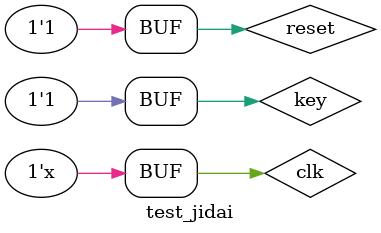
<source format=v>
`timescale 1ns / 1ps


module test_jidai;

	// Inputs
	reg clk;
	reg reset;
	reg key;
	reg key1;
	// Outputs
	wire [7:0] data_out;
	wire [7:0] led;
   wire rxd;
	// Instantiate the Unit Under Test (UUT)
	bit_syn uut (
		.clk(clk), 
		.reset(reset), 
      .key(key), 
 		.key1(key1), 
		.data_out(data_out), 
      .led(led), 
      .rxd(rxd)
	);

	initial begin
		// Initialize Inputs
		clk = 0;
		key = 1;
		reset = 0;
		// Wait 100 ns for global reset to finish
		#3260 reset = 1;
		#2249920 key=0;
		#2249920 key=1;
		// Add stimulus here
	end
   always #2.5 clk = ~clk;
		
endmodule


</source>
